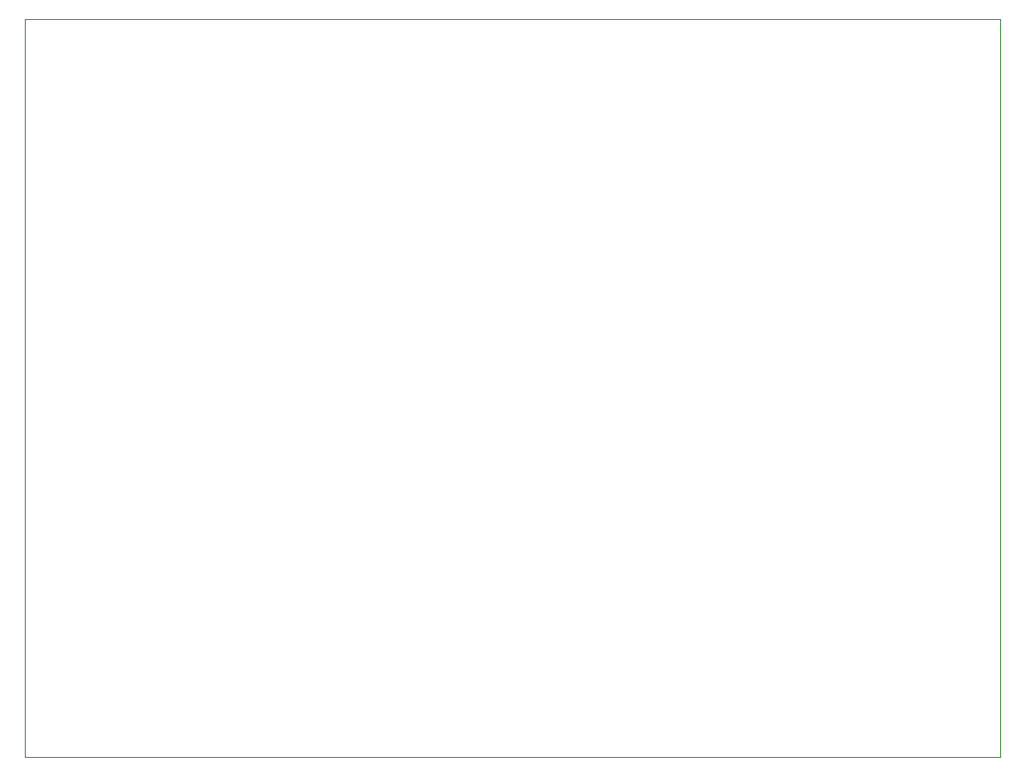
<source format=gbr>
%TF.GenerationSoftware,KiCad,Pcbnew,8.0.4*%
%TF.CreationDate,2024-12-24T16:07:24-06:00*%
%TF.ProjectId,opa548_revised,6f706135-3438-45f7-9265-76697365642e,rev?*%
%TF.SameCoordinates,Original*%
%TF.FileFunction,Profile,NP*%
%FSLAX46Y46*%
G04 Gerber Fmt 4.6, Leading zero omitted, Abs format (unit mm)*
G04 Created by KiCad (PCBNEW 8.0.4) date 2024-12-24 16:07:24*
%MOMM*%
%LPD*%
G01*
G04 APERTURE LIST*
%TA.AperFunction,Profile*%
%ADD10C,0.050000*%
%TD*%
G04 APERTURE END LIST*
D10*
X52500000Y-31200000D02*
X139000000Y-31200000D01*
X139000000Y-96800000D01*
X52500000Y-96800000D01*
X52500000Y-31200000D01*
M02*

</source>
